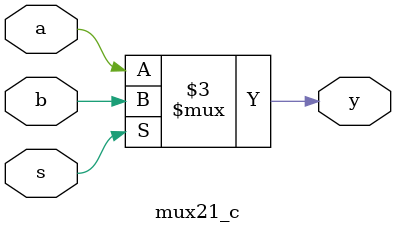
<source format=v>
module mux21_c(input s, input a, input b, output y);
    reg y;
    
    always @ (*)
    begin
        // 使用if else实现行为描述
        if(s)
            y = b;
        else
            y = a;
    end
endmodule

</source>
